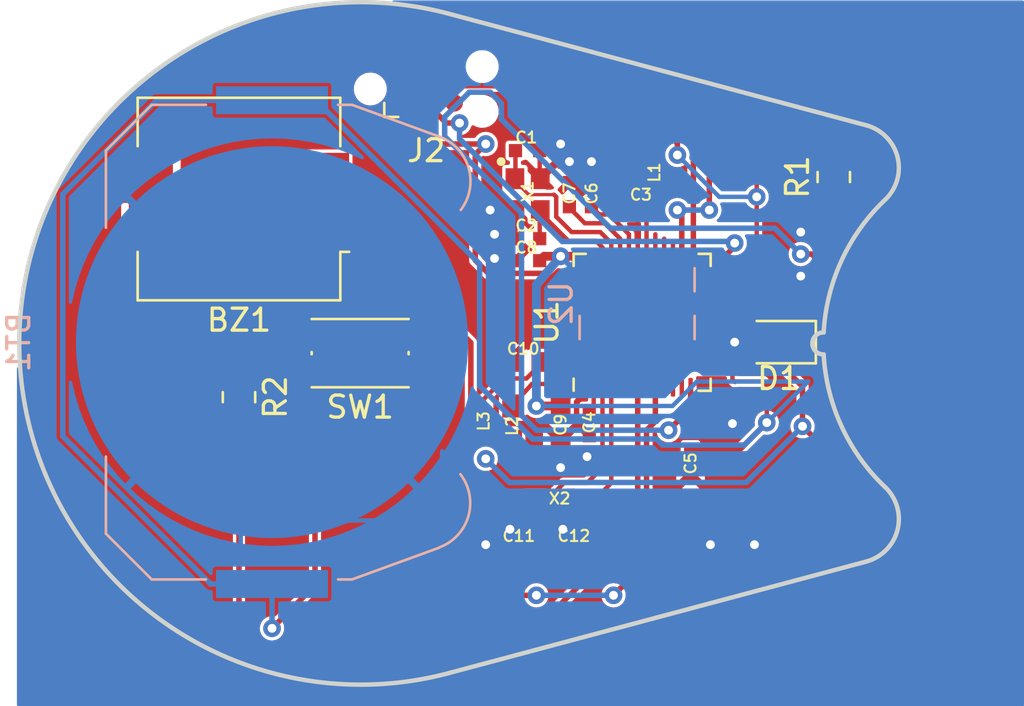
<source format=kicad_pcb>
(kicad_pcb (version 20221018) (generator pcbnew)
  (layers (0 "F.Cu" signal) (31 "B.Cu" signal) (34 "B.Paste" user) (35 "F.Paste" user) (36 "B.SilkS" user "B.Silkscreen") (37 "F.SilkS" user "F.Silkscreen") (38 "B.Mask" user) (39 "F.Mask" user) (44 "Edge.Cuts" user))
  (net 0 "")
  (net 1 "GND")
  (net 2 "DEC1")
  (net 3 "DEC4")
  (net 4 "DEC3")
  (net 5 "DEC2")
  (net 6 "ANT")
  (net 7 "N$3")
  (net 8 "X1")
  (net 9 "P0.00/XL1")
  (net 10 "P0.01/XL2")
  (net 11 "/SDO")
  (net 12 "RF")
  (net 13 "N$2")
  (net 14 "N$4")
  (net 15 "/P0.06")
  (net 16 "Net-(D1-A)")
  (net 17 "/P0.10")
  (net 18 "VCC")
  (net 19 "/P0.04")
  (net 20 "/DEC1")
  (net 21 "/P0.00{slash}XL1")
  (net 22 "/P0.01{slash}XL2")
  (net 23 "/P0.02")
  (net 24 "/P0.03")
  (net 25 "/P0.05")
  (net 26 "/P0.07")
  (net 27 "/P0.08")
  (net 28 "/P0.09")
  (net 29 "/P0.11")
  (net 30 "/P0.12")
  (net 31 "/SDA")
  (net 32 "/SCL")
  (net 33 "/CS")
  (net 35 "/P0.18{slash}SWO")
  (net 36 "/P0.19")
  (net 37 "/P0.20")
  (net 38 "/P0.21{slash}RESET")
  (net 39 "/SWDCLK")
  (net 40 "/SWDIO")
  (net 41 "/P0.22")
  (net 42 "/P0.23")
  (net 43 "/P0.24")
  (net 44 "Net-(U1-ANT@30)")
  (net 45 "/DEC2")
  (net 46 "/DEC3")
  (net 47 "Net-(U1-XC1@34)")
  (net 48 "Net-(U1-XC2@35)")
  (net 49 "/P0.25")
  (net 50 "/P0.26")
  (net 51 "/P0.27")
  (net 52 "/P0.28")
  (net 53 "/P0.29")
  (net 54 "/P0.30")
  (net 55 "/P0.31")
  (net 57 "/DEC4")
  (net 58 "Net-(U1-DCC@47)")
  (net 59 "Net-(R2-Pad1)")
  (net 65 "/P0.15")
  (footprint "BT-XTAL_2016_N" (layer "F.Cu") (at 145.1 102.8 -90)
    (fp_text reference "X1" (at 0.4 -0.3 -270) (layer "F.SilkS") (effects (font (size 0.506528 0.506528) (thickness 0.093472)) (justify left bottom)))
    (fp_text value "32MHz")
    (pad "1" smd rect (at -0.725 0.575 270) (size 0.95 0.85) (layers "F.Cu" "F.Paste" "F.Mask") (net 8 "X1"))
    (pad "2" smd rect (at 0.725 0.575 270) (size 0.95 0.85) (layers "F.Cu" "F.Paste" "F.Mask") (net 1 "GND"))
    (pad "3" smd rect (at 0.725 -0.575 270) (size 0.95 0.85) (layers "F.Cu" "F.Paste" "F.Mask") (net 7 "N$3"))
    (pad "4" smd rect (at -0.725 -0.575 270) (size 0.95 0.85) (layers "F.Cu" "F.Paste" "F.Mask") (net 1 "GND"))
  )
  (footprint "RESC0402_N" (layer "F.Cu") (at 145.1 100.8)
    (fp_text reference "C1" (at 0.5 -0.3) (layer "F.SilkS") (effects (font (size 0.506528 0.506528) (thickness 0.093472)) (justify right bottom)))
    (fp_text value "12pF")
    (pad "1" smd rect (at -0.55 0) (size 0.6 0.6) (layers "F.Cu" "F.Paste" "F.Mask") (net 8 "X1"))
    (pad "2" smd rect (at 0.55 0) (size 0.6 0.6) (layers "F.Cu" "F.Paste" "F.Mask") (net 1 "GND"))
  )
  (footprint "Resistor_SMD:R_0805_2012Metric" (layer "F.Cu") (at 159 102 90)
    (fp_text reference "R1" (at 0 -1.65 90) (layer "F.SilkS"))
    (fp_text value "330")
    (pad "1" smd roundrect (at -0.9125 0 90) (size 1.025 1.4) (layers "F.Cu" "F.Paste" "F.Mask") (roundrect_rratio 0.243902) (net 16 "Net-(D1-A)"))
    (pad "2" smd roundrect (at 0.9125 0 90) (size 1.025 1.4) (layers "F.Cu" "F.Paste" "F.Mask") (roundrect_rratio 0.243902) (net 17 "/P0.10"))
  )
  (footprint "Connector:Tag-Connect_TC2030-IDC-NL_2x03_P1.27mm_Vertical" (layer "F.Cu") (at 140.5 98)
    (fp_text reference "J2" (at 0 2.8) (layer "F.SilkS"))
    (fp_text value "Conn_ARM_SWD_TagConnect_TC2030-NL")
    (pad "" np_thru_hole circle (at -2.54 0) (size 0.9906 0.9906) (drill 0.9906) (layers "*.Cu" "*.Mask"))
    (pad "" np_thru_hole circle (at 2.54 -1.016) (size 0.9906 0.9906) (drill 0.9906) (layers "*.Cu" "*.Mask"))
    (pad "" np_thru_hole circle (at 2.54 1.016) (size 0.9906 0.9906) (drill 0.9906) (layers "*.Cu" "*.Mask"))
    (pad "1" connect circle (at -1.27 0.635) (size 0.7874 0.7874) (layers "F.Cu" "F.Mask") (net 18 "VCC"))
    (pad "2" connect circle (at -1.27 -0.635) (size 0.7874 0.7874) (layers "F.Cu" "F.Mask") (net 40 "/SWDIO"))
    (pad "3" connect circle (at 0 0.635) (size 0.7874 0.7874) (layers "F.Cu" "F.Mask") (net 38 "/P0.21{slash}RESET"))
    (pad "4" connect circle (at 0 -0.635) (size 0.7874 0.7874) (layers "F.Cu" "F.Mask") (net 39 "/SWDCLK"))
    (pad "5" connect circle (at 1.27 0.635) (size 0.7874 0.7874) (layers "F.Cu" "F.Mask") (net 1 "GND"))
    (pad "6" connect circle (at 1.27 -0.635) (size 0.7874 0.7874) (layers "F.Cu" "F.Mask") (net 35 "/P0.18{slash}SWO"))
    (zone (net 0) (net_name "") (layer "F.Cu") (connect_pads (clearance 0)) (min_thickness 0.254)
      (keepout (tracks allowed) (vias not_allowed) (pads allowed) (copperpour not_allowed) (footprints not_allowed))
      (fill (thermal_gap 0.508) (thermal_bridge_width 0.508))
      (polygon (pts (xy 141.77 97.365) (xy 139.23 97.365) (xy 139.23 98.635) (xy 141.77 98.635)))
    )
  )
  (footprint "RESC0402_N" (layer "F.Cu") (at 150.85 101.8 90)
    (fp_text reference "L1" (at -0.5 0.3 90) (layer "F.SilkS") (effects (font (size 0.506528 0.506528) (thickness 0.093472)) (justify left bottom)))
    (fp_text value "3.9nH")
    (pad "1" smd rect (at -0.55 0 90) (size 0.6 0.6) (layers "F.Cu" "F.Paste" "F.Mask") (net 6 "ANT"))
    (pad "2" smd rect (at 0.55 0 90) (size 0.6 0.6) (layers "F.Cu" "F.Paste" "F.Mask") (net 12 "RF"))
  )
  (footprint "RESC0402_N" (layer "F.Cu") (at 147 102.8 90)
    (fp_text reference "C7" (at -0.5 0.3 90) (layer "F.SilkS") (effects (font (size 0.506528 0.506528) (thickness 0.093472)) (justify left bottom)))
    (fp_text value "100pF")
    (pad "1" smd rect (at -0.55 0 90) (size 0.6 0.6) (layers "F.Cu" "F.Paste" "F.Mask") (net 4 "DEC3"))
    (pad "2" smd rect (at 0.55 0 90) (size 0.6 0.6) (layers "F.Cu" "F.Paste" "F.Mask") (net 1 "GND"))
  )
  (footprint "RESC0402_N" (layer "F.Cu") (at 147.9 113.2 -90)
    (fp_text reference "C4" (at 0.5 -0.3 -270) (layer "F.SilkS") (effects (font (size 0.506528 0.506528) (thickness 0.093472)) (justify left bottom)))
    (fp_text value "100nF")
    (pad "1" smd rect (at -0.55 0 270) (size 0.6 0.6) (layers "F.Cu" "F.Paste" "F.Mask") (net 2 "DEC1"))
    (pad "2" smd rect (at 0.55 0 270) (size 0.6 0.6) (layers "F.Cu" "F.Paste" "F.Mask") (net 1 "GND"))
  )
  (footprint "XTAL_3215_N" (layer "F.Cu") (at 146.7 117.2)
    (fp_text reference "X2" (at 0.4 -0.3) (layer "F.SilkS") (effects (font (size 0.506528 0.506528) (thickness 0.093472)) (justify right bottom)))
    (fp_text value "32.768kHz")
    (pad "1" smd rect (at -1.25 0) (size 1 1.8) (layers "F.Cu" "F.Paste" "F.Mask") (net 9 "P0.00/XL1"))
    (pad "2" smd rect (at 1.25 0) (size 1 1.8) (layers "F.Cu" "F.Paste" "F.Mask") (net 10 "P0.01/XL2"))
  )
  (footprint "Resistor_SMD:R_0805_2012Metric" (layer "F.Cu") (at 132 112 -90)
    (fp_text reference "R2" (at 0 -1.65 90) (layer "F.SilkS"))
    (fp_text value "10k")
    (pad "1" smd roundrect (at -0.9125 0 270) (size 1.025 1.4) (layers "F.Cu" "F.Paste" "F.Mask") (roundrect_rratio 0.243902) (net 59 "Net-(R2-Pad1)"))
    (pad "2" smd roundrect (at 0.9125 0 270) (size 1.025 1.4) (layers "F.Cu" "F.Paste" "F.Mask") (roundrect_rratio 0.243902) (net 19 "/P0.04"))
  )
  (footprint "RESC0402_N" (layer "F.Cu") (at 145.1 105.8 180)
    (fp_text reference "C8" (at -0.5 0.3) (layer "F.SilkS") (effects (font (size 0.506528 0.506528) (thickness 0.093472)) (justify right bottom)))
    (fp_text value "100nF")
    (pad "1" smd rect (at -0.55 0 180) (size 0.6 0.6) (layers "F.Cu" "F.Paste" "F.Mask") (net 18 "VCC"))
    (pad "2" smd rect (at 0.55 0 180) (size 0.6 0.6) (layers "F.Cu" "F.Paste" "F.Mask") (net 1 "GND"))
  )
  (footprint "RESC0603_N" (layer "F.Cu") (at 146.6 113.2 -90)
    (fp_text reference "C9" (at -0.5 0.3 -270) (layer "F.SilkS") (effects (font (size 0.506528 0.506528) (thickness 0.093472)) (justify right top)))
    (fp_text value "4.7µF")
    (pad "1" smd rect (at -0.8 0 270) (size 1.05 0.9) (layers "F.Cu" "F.Paste" "F.Mask") (net 18 "VCC"))
    (pad "2" smd rect (at 0.8 0 270) (size 1.05 0.9) (layers "F.Cu" "F.Paste" "F.Mask") (net 1 "GND"))
  )
  (footprint "RESC0402_N" (layer "F.Cu") (at 143.1 113.2 90)
    (fp_text reference "L3" (at -0.4 0.3 90) (layer "F.SilkS") (effects (font (size 0.506528 0.506528) (thickness 0.093472)) (justify left bottom)))
    (fp_text value "15nH")
    (pad "1" smd rect (at -0.55 0 90) (size 0.6 0.6) (layers "F.Cu" "F.Paste" "F.Mask") (net 13 "N$2"))
    (pad "2" smd rect (at 0.55 0 90) (size 0.6 0.6) (layers "F.Cu" "F.Paste" "F.Mask") (net 3 "DEC4"))
  )
  (footprint "RESC0603_N" (layer "F.Cu") (at 144.4 113.2 -90)
    (fp_text reference "L2" (at -0.4 0.3 -270) (layer "F.SilkS") (effects (font (size 0.506528 0.506528) (thickness 0.093472)) (justify right top)))
    (fp_text value "10µH")
    (pad "1" smd rect (at -0.8 0 270) (size 1.05 0.9) (layers "F.Cu" "F.Paste" "F.Mask") (net 14 "N$4"))
    (pad "2" smd rect (at 0.8 0 270) (size 1.05 0.9) (layers "F.Cu" "F.Paste" "F.Mask") (net 13 "N$2"))
  )
  (footprint "RESC0402_N" (layer "F.Cu") (at 144.9 118.9)
    (fp_text reference "C11" (at 0.6 -0.3) (layer "F.SilkS") (effects (font (size 0.506528 0.506528) (thickness 0.093472)) (justify right bottom)))
    (fp_text value "12pF")
    (pad "1" smd rect (at -0.55 0) (size 0.6 0.6) (layers "F.Cu" "F.Paste" "F.Mask") (net 1 "GND"))
    (pad "2" smd rect (at 0.55 0) (size 0.6 0.6) (layers "F.Cu" "F.Paste" "F.Mask") (net 9 "P0.00/XL1"))
  )
  (footprint "RESC0402_N" (layer "F.Cu") (at 150.3 103.4 180)
    (fp_text reference "C3" (at -0.5 0.3) (layer "F.SilkS") (effects (font (size 0.506528 0.506528) (thickness 0.093472)) (justify right bottom)))
    (fp_text value "0.8pF")
    (pad "1" smd rect (at -0.55 0 180) (size 0.6 0.6) (layers "F.Cu" "F.Paste" "F.Mask") (net 6 "ANT"))
    (pad "2" smd rect (at 0.55 0 180) (size 0.6 0.6) (layers "F.Cu" "F.Paste" "F.Mask") (net 1 "GND"))
  )
  (footprint "Button_Switch_SMD:SW_Push_1P1T_NO_CK_KMR2" (layer "F.Cu") (at 137.5 110 180)
    (fp_text reference "SW1" (at 0 -2.45 180) (layer "F.SilkS"))
    (fp_text value "SW_Push")
    (pad "1" smd rect (at -2.05 -0.8 180) (size 0.9 1) (layers "F.Cu" "F.Paste" "F.Mask") (net 18 "VCC"))
    (pad "1" smd rect (at 2.05 -0.8 180) (size 0.9 1) (layers "F.Cu" "F.Paste" "F.Mask") (net 18 "VCC"))
    (pad "2" smd rect (at -2.05 0.8 180) (size 0.9 1) (layers "F.Cu" "F.Paste" "F.Mask") (net 59 "Net-(R2-Pad1)"))
    (pad "2" smd rect (at 2.05 0.8 180) (size 0.9 1) (layers "F.Cu" "F.Paste" "F.Mask") (net 59 "Net-(R2-Pad1)"))
  )
  (footprint "RESC0402_N" (layer "F.Cu") (at 148 102.8 90)
    (fp_text reference "C6" (at -0.5 0.3 90) (layer "F.SilkS") (effects (font (size 0.506528 0.506528) (thickness 0.093472)) (justify left bottom)))
    (fp_text value "N.M.")
    (pad "1" smd rect (at -0.55 0 90) (size 0.6 0.6) (layers "F.Cu" "F.Paste" "F.Mask") (net 5 "DEC2"))
    (pad "2" smd rect (at 0.55 0 90) (size 0.6 0.6) (layers "F.Cu" "F.Paste" "F.Mask") (net 1 "GND"))
  )
  (footprint "RESC0603_N" (layer "F.Cu") (at 145 110.4 180)
    (fp_text reference "C10" (at -0.7 0.3) (layer "F.SilkS") (effects (font (size 0.506528 0.506528) (thickness 0.093472)) (justify right bottom)))
    (fp_text value "1.0µF")
    (pad "1" smd rect (at -0.8 0 180) (size 1.05 0.9) (layers "F.Cu" "F.Paste" "F.Mask") (net 3 "DEC4"))
    (pad "2" smd rect (at 0.8 0 180) (size 1.05 0.9) (layers "F.Cu" "F.Paste" "F.Mask") (net 1 "GND"))
  )
  (footprint "Package_DFN_QFN:QFN-48-1EP_6x6mm_P0.4mm_EP4.2x4.2mm" (layer "F.Cu") (at 150.3 108.6 90)
    (fp_text reference "U1" (at 0 -4.32 90) (layer "F.SilkS"))
    (fp_text value "NRF52832")
    (pad "1" smd roundrect (at -2.95 -2.2 90) (size 0.85 0.2) (layers "F.Cu" "F.Paste" "F.Mask") (net 20 "/DEC1"))
    (pad "2" smd roundrect (at -2.95 -1.8 90) (size 0.85 0.2) (layers "F.Cu" "F.Paste" "F.Mask") (net 21 "/P0.00{slash}XL1"))
    (pad "3" smd roundrect (at -2.95 -1.4 90) (size 0.85 0.2) (layers "F.Cu" "F.Paste" "F.Mask") (net 22 "/P0.01{slash}XL2"))
    (pad "4" smd roundrect (at -2.95 -1 90) (size 0.85 0.2) (layers "F.Cu" "F.Paste" "F.Mask") (net 23 "/P0.02"))
    (pad "5" smd roundrect (at -2.95 -0.6 90) (size 0.85 0.2) (layers "F.Cu" "F.Paste" "F.Mask") (net 24 "/P0.03"))
    (pad "6" smd roundrect (at -2.95 -0.2 90) (size 0.85 0.2) (layers "F.Cu" "F.Paste" "F.Mask") (net 19 "/P0.04"))
    (pad "7" smd roundrect (at -2.95 0.2 90) (size 0.85 0.2) (layers "F.Cu" "F.Paste" "F.Mask") (net 25 "/P0.05"))
    (pad "8" smd roundrect (at -2.95 0.6 90) (size 0.85 0.2) (layers "F.Cu" "F.Paste" "F.Mask") (net 15 "/P0.06"))
    (pad "9" smd roundrect (at -2.95 1 90) (size 0.85 0.2) (layers "F.Cu" "F.Paste" "F.Mask") (net 26 "/P0.07"))
    (pad "10" smd roundrect (at -2.95 1.4 90) (size 0.85 0.2) (layers "F.Cu" "F.Paste" "F.Mask") (net 27 "/P0.08"))
    (pad "11" smd roundrect (at -2.95 1.8 90) (size 0.85 0.2) (layers "F.Cu" "F.Paste" "F.Mask") (net 28 "/P0.09"))
    (pad "12" smd roundrect (at -2.95 2.2 90) (size 0.85 0.2) (layers "F.Cu" "F.Paste" "F.Mask") (net 17 "/P0.10"))
    (pad "13" smd roundrect (at -2.2 2.95 90) (size 0.2 0.85) (layers "F.Cu" "F.Paste" "F.Mask") (net 18 "VCC"))
    (pad "14" smd roundrect (at -1.8 2.95 90) (size 0.2 0.85) (layers "F.Cu" "F.Paste" "F.Mask") (net 29 "/P0.11"))
    (pad "15" smd roundrect (at -1.4 2.95 90) (size 0.2 0.85) (layers "F.Cu" "F.Paste" "F.Mask") (net 30 "/P0.12"))
    (pad "16" smd roundrect (at -1 2.95 90) (size 0.2 0.85) (layers "F.Cu" "F.Paste" "F.Mask") (net 33 "/CS"))
    (pad "17" smd roundrect (at -0.6 2.95 90) (size 0.2 0.85) (layers "F.Cu" "F.Paste" "F.Mask") (net 32 "/SCL"))
    (pad "18" smd roundrect (at -0.2 2.95 90) (size 0.2 0.85) (layers "F.Cu" "F.Paste" "F.Mask") (net 65 "/P0.15"))
    (pad "19" smd roundrect (at 0.2 2.95 90) (size 0.2 0.85) (layers "F.Cu" "F.Paste" "F.Mask") (net 11 "/SDO"))
    (pad "20" smd roundrect (at 0.6 2.95 90) (size 0.2 0.85) (layers "F.Cu" "F.Paste" "F.Mask") (net 31 "/SDA"))
    (pad "21" smd roundrect (at 1 2.95 90) (size 0.2 0.85) (layers "F.Cu" "F.Paste" "F.Mask") (net 35 "/P0.18{slash}SWO"))
    (pad "22" smd roundrect (at 1.4 2.95 90) (size 0.2 0.85) (layers "F.Cu" "F.Paste" "F.Mask") (net 36 "/P0.19"))
    (pad "23" smd roundrect (at 1.8 2.95 90) (size 0.2 0.85) (layers "F.Cu" "F.Paste" "F.Mask") (net 37 "/P0.20"))
    (pad "24" smd roundrect (at 2.2 2.95 90) (size 0.2 0.85) (layers "F.Cu" "F.Paste" "F.Mask") (net 38 "/P0.21{slash}RESET"))
    (pad "25" smd roundrect (at 2.95 2.2 90) (size 0.85 0.2) (layers "F.Cu" "F.Paste" "F.Mask") (net 39 "/SWDCLK"))
    (pad "26" smd roundrect (at 2.95 1.8 90) (size 0.85 0.2) (layers "F.Cu" "F.Paste" "F.Mask") (net 40 "/SWDIO"))
    (pad "27" smd roundrect (at 2.95 1.4 90) (size 0.85 0.2) (layers "F.Cu" "F.Paste" "F.Mask") (net 41 "/P0.22"))
    (pad "28" smd roundrect (at 2.95 1 90) (size 0.85 0.2) (layers "F.Cu" "F.Paste" "F.Mask") (net 42 "/P0.23"))
    (pad "29" smd roundrect (at 2.95 0.6 90) (size 0.85 0.2) (layers "F.Cu" "F.Paste" "F.Mask") (net 43 "/P0.24"))
    (pad "30" smd roundrect (at 2.95 0.2 90) (size 0.85 0.2) (layers "F.Cu" "F.Paste" "F.Mask") (net 44 "Net-(U1-ANT@30)"))
    (pad "31" smd roundrect (at 2.95 -0.2 90) (size 0.85 0.2) (layers "F.Cu" "F.Paste" "F.Mask") (net 1 "GND"))
    (pad "32" smd roundrect (at 2.95 -0.6 90) (size 0.85 0.2) (layers "F.Cu" "F.Paste" "F.Mask") (net 45 "/DEC2"))
    (pad "33" smd roundrect (at 2.95 -1 90) (size 0.85 0.2) (layers "F.Cu" "F.Paste" "F.Mask") (net 46 "/DEC3"))
    (pad "34" smd roundrect (at 2.95 -1.4 90) (size 0.85 0.2) (layers "F.Cu" "F.Paste" "F.Mask") (net 47 "Net-(U1-XC1@34)"))
    (pad "35" smd roundrect (at 2.95 -1.8 90) (size 0.85 0.2) (layers "F.Cu" "F.Paste" "F.Mask") (net 48 "Net-(U1-XC2@35)"))
    (pad "36" smd roundrect (at 2.95 -2.2 90) (size 0.85 0.2) (layers "F.Cu" "F.Paste" "F.Mask") (net 18 "VCC"))
    (pad "37" smd roundrect (at 2.2 -2.95 90) (size 0.2 0.85) (layers "F.Cu" "F.Paste" "F.Mask") (net 49 "/P0.25"))
    (pad "38" smd roundrect (at 1.8 -2.95 90) (size 0.2 0.85) (layers "F.Cu" "F.Paste" "F.Mask") (net 50 "/P0.26"))
    (pad "39" smd roundrect (at 1.4 -2.95 90) (size 0.2 0.85) (layers "F.Cu" "F.Paste" "F.Mask") (net 51 "/P0.27"))
    (pad "40" smd roundrect (at 1 -2.95 90) (size 0.2 0.85) (layers "F.Cu" "F.Paste" "F.Mask") (net 52 "/P0.28"))
    (pad "41" smd roundrect (at 0.6 -2.95 90) (size 0.2 0.85) (layers "F.Cu" "F.Paste" "F.Mask") (net 53 "/P0.29"))
    (pad "42" smd roundrect (at 0.2 -2.95 90) (size 0.2 0.85) (layers "F.Cu" "F.Paste" "F.Mask") (net 54 "/P0.30"))
    (pad "43" smd roundrect (at -0.2 -2.95 90) (size 0.2 0.85) (layers "F.Cu" "F.Paste" "F.Mask") (net 55 "/P0.31"))
    (pad "44" smd roundrect (at -0.6 -2.95 90) (size 0.2 0.85) (layers "F.Cu" "F.Paste" "F.Mask"))
    (pad "45" smd roundrect (at -1 -2.95 90) (size 0.2 0.85) (layers "F.Cu" "F.Paste" "F.Mask") (net 1 "GND"))
    (pad "46" smd roundrect (at -1.4 -2.95 90) (size 0.2 0.85) (layers "F.Cu" "F.Paste" "F.Mask") (net 57 "/DEC4"))
    (pad "47" smd roundrect (at -1.8 -2.95 90) (size 0.2 0.85) (layers "F.Cu" "F.Paste" "F.Mask") (net 58 "Net-(U1-DCC@47)"))
    (pad "48" smd roundrect (at -2.2 -2.95 90) (size 0.2 0.85) (layers "F.Cu" "F.Paste" "F.Mask") (net 18 "VCC"))
    (pad "49" smd rect (at 0 0 90) (size 4.2 4.2) (layers "F.Cu" "F.Mask"))
  )
  (footprint "RESC0402_N" (layer "F.Cu") (at 152.5 114.95 -90)
    (fp_text reference "C5" (at -0.500003 0.300003 -270) (layer "F.SilkS") (effects (font (size 0.506528 0.506528) (thickness 0.093472)) (justify right top)))
    (fp_text value "100nF")
    (pad "1" smd rect (at -0.55 0 270) (size 0.6 0.6) (layers "F.Cu" "F.Paste" "F.Mask") (net 18 "VCC"))
    (pad "2" smd rect (at 0.55 0 270) (size 0.6 0.6) (layers "F.Cu" "F.Paste" "F.Mask") (net 1 "GND"))
  )
  (footprint "RESC0402_N" (layer "F.Cu") (at 145.1 104.8 180)
    (fp_text reference "C2" (at -0.5 0.3) (layer "F.SilkS") (effects (font (size 0.506528 0.506528) (thickness 0.093472)) (justify right bottom)))
    (fp_text value "12pF")
    (pad "1" smd rect (at -0.55 0 180) (size 0.6 0.6) (layers "F.Cu" "F.Paste" "F.Mask") (net 7 "N$3"))
    (pad "2" smd rect (at 0.55 0 180) (size 0.6 0.6) (layers "F.Cu" "F.Paste" "F.Mask") (net 1 "GND"))
  )
  (footprint "LED_SMD:LED_0805_2012Metric" (layer "F.Cu") (at 156.5 109.5 180)
    (fp_text reference "D1" (at 0 -1.65) (layer "F.SilkS"))
    (fp_text value "LED")
    (pad "1" smd roundrect (at -0.9375 0 180) (size 0.975 1.4) (layers "F.Cu" "F.Paste" "F.Mask") (net 1 "GND"))
    (pad "2" smd roundrect (at 0.9375 0 180) (size 0.975 1.4) (layers "F.Cu" "F.Paste" "F.Mask") (net 16 "Net-(D1-A)"))
  )
  (footprint "RESC0402_N" (layer "F.Cu") (at 147.4 118.9)
    (fp_text reference "C12" (at 0.6 -0.3) (layer "F.SilkS") (effects (font (size 0.506528 0.506528) (thickness 0.093472)) (justify right bottom)))
    (fp_text value "12pF")
    (pad "1" smd rect (at -0.55 0) (size 0.6 0.6) (layers "F.Cu" "F.Paste" "F.Mask") (net 1 "GND"))
    (pad "2" smd rect (at 0.55 0) (size 0.6 0.6) (layers "F.Cu" "F.Paste" "F.Mask") (net 10 "P0.01/XL2"))
  )
  (footprint "Buzzer_Beeper:Buzzer_CUI_CPT-9019S-SMT" (layer "F.Cu") (at 132 103 180)
    (fp_text reference "BZ1" (at 0 -5.5) (layer "F.SilkS"))
    (fp_text value "Buzzer")
    (pad "1" smd rect (at -4 0 180) (size 2 4.2) (layers "F.Cu" "F.Paste" "F.Mask") (net 15 "/P0.06"))
    (pad "2" smd rect (at 4 0 180) (size 2 4.2) (layers "F.Cu" "F.Paste" "F.Mask") (net 1 "GND"))
  )
  (footprint "Package_LGA:LGA-14_3x5mm_P0.8mm_LayoutBorder1x6y" (layer "B.Cu") (at 150.072354 107.749585 -90)
    (fp_text reference "U2" (at 0 3.45 90) (layer "B.SilkS") (effects (justify mirror)))
    (fp_text value "ADXL343")
    (pad "1" smd roundrect (at -1 2 270) (size 0.95 0.6) (layers "B.Cu" "B.Paste" "B.Mask") (net 18 "VCC"))
    (pad "2" smd roundrect (at -1 1.2 270) (size 0.95 0.6) (layers "B.Cu" "B.Paste" "B.Mask") (net 1 "GND"))
    (pad "3" smd roundrect (at -1 0.4 270) (size 0.95 0.6) (layers "B.Cu" "B.Paste" "B.Mask"))
    (pad "4" smd roundrect (at -1 -0.4 270) (size 0.95 0.6) (layers "B.Cu" "B.Paste" "B.Mask") (net 1 "GND"))
    (pad "5" smd roundrect (at -1 -1.2 270) (size 0.95 0.6) (layers "B.Cu" "B.Paste" "B.Mask") (net 1 "GND"))
    (pad "6" smd roundrect (at -1 -2 270) (size 0.95 0.6) (layers "B.Cu" "B.Paste" "B.Mask"))
    (pad "7" smd roundrect (at 0 -2 270) (size 0.6 0.95) (layers "B.Cu" "B.Paste" "B.Mask") (net 33 "/CS"))
    (pad "8" smd roundrect (at 1 -2 270) (size 0.95 0.6) (layers "B.Cu" "B.Paste" "B.Mask"))
    (pad "9" smd roundrect (at 1 -1.2 270) (size 0.95 0.6) (layers "B.Cu" "B.Paste" "B.Mask"))
    (pad "10" smd roundrect (at 1 -0.4 270) (size 0.95 0.6) (layers "B.Cu" "B.Paste" "B.Mask"))
    (pad "11" smd roundrect (at 1 0.4 270) (size 0.95 0.6) (layers "B.Cu" "B.Paste" "B.Mask"))
    (pad "12" smd roundrect (at 1 1.2 270) (size 0.95 0.6) (layers "B.Cu" "B.Paste" "B.Mask") (net 11 "/SDO"))
    (pad "13" smd roundrect (at 1 2 270) (size 0.95 0.6) (layers "B.Cu" "B.Paste" "B.Mask") (net 31 "/SDA"))
    (pad "14" smd roundrect (at 0 2 270) (size 0.6 0.95) (layers "B.Cu" "B.Paste" "B.Mask") (net 32 "/SCL"))
  )
  (footprint "Battery:BatteryHolder_Keystone_3034_1x20mm" (layer "B.Cu") (at 133.5 109.5 -90)
    (fp_text reference "BT1" (at 0 11.5 90) (layer "B.SilkS") (effects (justify mirror)))
    (fp_text value "Battery")
    (pad "1" smd rect (at -10.985 0 270) (size 1.27 5.08) (layers "B.Cu" "B.Paste" "B.Mask") (net 18 "VCC"))
    (pad "1" smd rect (at 10.985 0 270) (size 1.27 5.08) (layers "B.Cu" "B.Paste" "B.Mask") (net 18 "VCC"))
    (pad "2" smd circle (at 0 0 270) (size 17.8 17.8) (layers "B.Cu" "B.Mask") (net 1 "GND"))
  )
  (gr_line (start 160.469364 119.467794) (end 141.530635 124.532206) (stroke (width 0.2)) (layer "Edge.Cuts"))
  (gr_arc (start 161.329746 116.085257) (mid 159.358782 113.338404) (end 158.540357 110.058148) (stroke (width 0.2)) (layer "Edge.Cuts"))
  (gr_arc (start 158.540357 110.058148) (mid 158.026444 109.558324) (end 158.540357 109.058534) (stroke (width 0.2)) (layer "Edge.Cuts"))
  (gr_arc (start 141.530635 124.532206) (mid 122.026469 109.55834) (end 141.530635 94.584475) (stroke (width 0.2)) (layer "Edge.Cuts"))
  (gr_line (start 141.530635 94.584475) (end 160.469364 99.648887) (stroke (width 0.2)) (layer "Edge.Cuts"))
  (gr_arc (start 161.329746 116.085257) (mid 161.890979 118.028704) (end 160.469364 119.467794) (stroke (width 0.2)) (layer "Edge.Cuts"))
  (gr_arc (start 158.540357 109.058534) (mid 159.358776 105.778274) (end 161.329746 103.031425) (stroke (width 0.2)) (layer "Edge.Cuts"))
  (gr_arc (start 160.469364 99.648887) (mid 161.890976 101.087976) (end 161.329746 103.031425) (stroke (width 0.2)) (layer "Edge.Cuts"))
  (segment (start 148.422354 108.139585) (end 148.422354 107.739585) (width 0.2) (layer "F.Cu") (net 1))
  (segment (start 148.472354 106.149585) (end 149.672354 106.149585) (width 0.2) (layer "F.Cu") (net 1))
  (segment (start 150.1 105.6) (end 150.1 103.75) (width 0.2) (layer "F.Cu") (net 1))
  (segment (start 149.672354 107.349585) (end 148.472354 107.349585) (width 0.2) (layer "F.Cu") (net 1))
  (segment (start 152.072354 106.149585) (end 150.872354 106.149585) (width 0.2) (layer "F.Cu") (net 1))
  (segment (start 149.672354 108.549585) (end 148.472354 108.549585) (width 0.2) (layer "F.Cu") (net 1))
  (segment (start 148.422354 107.739585) (end 148.422354 107.739585) (width 0.2) (layer "F.Cu") (net 1))
  (segment (start 148.422354 107.739585) (end 148.374044 107.642454) (width 0.2) (layer "F.Cu") (net 1))
  (segment (start 150.872354 108.549585) (end 149.672354 108.549585) (width 0.2) (layer "F.Cu") (net 1))
  (segment (start 152.072354 109.749585) (end 151.272354 109.749585) (width 0.2) (layer "F.Cu") (net 1))
  (segment (start 150.696618 108.125321) (end 150.572354 108.02997) (width 0.2) (layer "F.Cu") (net 1))
  (segment (start 150.427645 107.97003) (end 150.272354 107.949585) (width 0.2) (layer "F.Cu") (net 1))
  (segment (start 148.374044 107.642454) (end 148.366582 107.53423) (width 0.2) (layer "F.Cu") (net 1))
  (segment (start 150.872354 109.749585) (end 149.672354 109.749585) (width 0.2) (layer "F.Cu") (net 1))
  (segment (start 150.1 103.75) (end 149.75 103.4) (width 0.2) (layer "F.Cu") (net 1))
  (segment (start 147.3 109.6) (end 148.5 109.6) (width 0.2) (layer "F.Cu") (net 1))
  (segment (start 152.072354 107.349585) (end 150.872354 107.349585) (width 0.2) (layer "F.Cu") (net 1))
  (segment (start 152.072354 106.149585) (end 152.072354 107.349585) (width 0.2) (layer "F.Cu") (net 1))
  (segment (start 144.55 104.8) (end 144.55 103.55) (width 0.2) (layer "F.Cu") (net 1))
  (segment (start 149.672354 109.749585) (end 148.472354 109.749585) (width 0.2) (layer "F.Cu") (net 1))
  (segment (start 150.571187 108.84235) (end 150.486704 108.772098) (width 0.2) (layer "F.Cu") (net 1))
  (segment (start 150.872354 108.549585) (end 150.851909 108.394294) (width 0.2) (layer "F.Cu") (net 1))
  (segment (start 148.49667 108.225976) (end 148.532268 108.33423) (width 0.2) (layer "F.Cu") (net 1))
  (segment (start 145.65 102.05) (end 145.675 102.075) (width 0.2) (layer "F.Cu") (net 1))
  (segment (start 151.086704 109.772098) (end 150.872354 109.749585) (width 0.2) (layer "F.Cu") (net 1))
  (segment (start 148.472354 109.749585) (end 148.472354 108.549585) (width 0.2) (layer "F.Cu") (net 1))
  (segment (start 150.622354 108.939585) (end 150.571187 108.84235) (width 0.2) (layer "F.Cu") (net 1))
  (segment (start 146.85 113.75) (end 146.6 114) (width 0.2) (layer "F.Cu") (net 1))
  (segment (start 148.472354 107.349585) (end 148.472354 106.149585) (width 0.2) (layer "F.Cu") (net 1))
  (segment (start 151.272354 109.749585) (end 150.872354 109.749585) (width 0.2) (layer "F.Cu") (net 1))
  (segment (start 150.851909 108.394294) (end 150.791969 108.249585) (width 0.2) (layer "F.Cu") (net 1))
  (segment (start 145.65 100.8) (end 145.65 102.05) (width 0.2) (layer "F.Cu") (net 1))
  (segment (start 148.422354 108.139585) (end 148.422354 108.139585) (width 0.2) (layer "F.Cu") (net 1))
  (segment (start 150.791969 108.249585) (end 150.696618 108.125321) (width 0.2) (layer "F.Cu") (net 1))
  (segment (start 152.072354 108.549585) (end 150.872354 108.549585) (width 0.2) (layer "F.Cu") (net 1))
  (segment (start 150.872354 108.549585) (end 150.872354 108.549585) (width 0.2) (layer "F.Cu") (net 1))
  (segment (start 148.366582 107.53423) (end 148.472354 107.349585) (width 0.2) (layer "F.Cu") (net 1))
  (segment (start 150.572354 108.02997) (end 150.427645 107.97003) (width 0.2) (layer "F.Cu") (net 1))
  (segment (start 150.622354 108.939585) (end 150.622354 108.939585) (width 0.2) (layer "F.Cu") (net 1))
  (segment (start 148.532268 108.33423) (end 148.472354 108.549585) (width 0.2) (layer "F.Cu") (net 1))
  (segment (start 144.55 103.55) (end 144.525 103.525) (width 0.2) (layer "F.Cu") (net 1))
  (segment (start 147.272354 108.149585) (end 148.422354 108.139585) (width 0.2) (layer "F.Cu") (net 1))
  (segment (start 148.422354 108.139585) (end 148.49667 108.225976) (width 0.2) (layer "F.Cu") (net 1))
  (segment (start 150.872354 107.349585) (end 149.672354 107.349585) (width 0.2) (layer "F.Cu") (net 1))
  (via (at 147 101.3) (size 0.8) (drill 0.4) (layers "F.Cu" "B.Cu") (net 1))
  (via (at 154.4 113.2) (size 0.8) (drill 0.4) (layers "F.Cu" "B.Cu") (net 1))
  (via (at 143.6 105.7) (size 0.8) (drill 0.4) (layers "F.Cu" "B.Cu") (net 1))
  (via (at 146.7 118) (size 0.8) (drill 0.4) (layers "F.Cu" "B.Cu") (net 1))
  (via (at 155.4 118.7) (size 0.8) (drill 0.4) (layers "F.Cu" "B.Cu") (net 1))
  (via (at 146.6 100.5) (size 0.8) (drill 0.4) (layers "F.Cu" "B.Cu") (net 1))
  (via (at 143.4 103.5) (size 0.8) (drill 0.4) (layers "F.Cu" "B.Cu") (net 1))
  (via (at 143.2 118.7) (size 0.8) (drill 0.4) (layers "F.Cu" "B.Cu") (net 1))
  (via (at 153.4 118.7) (size 0.8) (drill 0.4) (layers "F.Cu" "B.Cu") (net 1))
  (via (at 147.8 114.7) (size 0.8) (drill 0.4) (layers "F.Cu" "B.Cu") (net 1))
  (via (at 144.3 118) (size 0.8) (drill 0.4) (layers "F.Cu" "B.Cu") (net 1))
  (via (at 148 101.3) (size 0.8) (drill 0.4) (layers "F.Cu" "B.Cu") (net 1))
  (via (at 143.6 104.6) (size 0.8) (drill 0.4) (layers "F.Cu" "B.Cu") (net 1))
  (via (at 146.6 115.2) (size 0.8) (drill 0.4) (layers "F.Cu" "B.Cu") (net 1))
  (segment (start 141.224 117.502) (end 141.224 114.454) (width 0.2) (layer "B.Cu") (net 1))
  (segment (start 158.5504 116.2771) (end 158.5504 113.4831) (width 0.2) (layer "B.Cu") (net 1))
  (segment (start 158.5504 113.4831) (end 158.5504 102.0531) (width 0.2) (layer "B.Cu") (net 1))
  (segment (start 132.08 117.602) (end 141.224 117.602) (width 0.2) (layer "B.Cu") (net 1))
  (segment (start 132.08 119.562) (end 132.08 117.602) (width 0.2) (layer "B.Cu") (net 1))
  (segment (start 148.1 111.6) (end 148.1 112.45) (width 0.2) (layer "F.Cu") (net 2))
  (segment (start 148.1 112.45) (end 147.9 112.65) (width 0.2) (layer "F.Cu") (net 2))
  (segment (start 143.1 112.1) (end 144.05 111.15) (width 0.2) (layer "F.Cu") (net 3))
  (segment (start 147.3 110) (end 146.3 110) (width 0.2) (layer "F.Cu") (net 3))
  (segment (start 146.3 110) (end 145.8 110.4) (width 0.2) (layer "F.Cu") (net 3))
  (segment (start 143.1 112.65) (end 143.1 112.1) (width 0.2) (layer "F.Cu") (net 3))
  (segment (start 144.05 111.15) (end 144.85 111.15) (width 0.2) (layer "F.Cu") (net 3))
  (segment (start 144.85 111.15) (end 145.05 111.15) (width 0.2) (layer "F.Cu") (net 3))
  (segment (start 145.05 111.15) (end 145.8 110.4) (width 0.2) (layer "F.Cu") (net 3))
  (segment (start 147.05 103.45) (end 147 103.35) (width 0.2) (layer "F.Cu") (net 4))
  (segment (start 148.9 104.4) (end 148.6 104.1) (width 0.2) (layer "F.Cu") (net 4))
  (segment (start 147.7 104.1) (end 147.05 103.45) (width 0.2) (layer "F.Cu") (net 4))
  (segment (start 149.3 105.6) (end 149.3 104.8) (width 0.2) (layer "F.Cu") (net 4))
  (segment (start 148.6 104.1) (end 147.7 104.1) (width 0.2) (layer "F.Cu") (net 4))
  (segment (start 149.3 104.8) (end 148.9 104.4) (width 0.2) (layer "F.Cu") (net 4))
  (segment (start 148.35 103.7) (end 148 103.35) (width 0.2) (layer "F.Cu") (net 5))
  (segment (start 148.8 103.7) (end 148.6 103.7) (width 0.2) (layer "F.Cu") (net 5))
  (segment (start 149.1 104) (end 148.8 103.7) (width 0.2) (layer "F.Cu") (net 5))
  (segment (start 148.6 103.7) (end 148.35 103.7) (width 0.2) (layer "F.Cu") (net 5))
  (segment (start 149.7 105.6) (end 149.7 104.6) (width 0.2) (layer "F.Cu") (net 5))
  (segment (start 149.7 104.6) (end 149.1 104) (width 0.2) (layer "F.Cu") (net 5))
  (segment (start 150.5 105.6) (end 150.5 103.75) (width 0.2) (layer "F.Cu") (net 6))
  (segment (start 150.5 103.75) (end 150.85 103.4) (width 0.2) (layer "F.Cu") (net 6))
  (segment (start 150.85 103.35) (end 150.85 103.4) (width 0.2) (layer "F.Cu") (net 6))
  (segment (start 150.85 102.35) (end 150.85 103.35) (width 0.6) (layer "F.Cu") (net 6))
  (segment (start 148.5 105.6) (end 148.5 105.2) (width 0.2) (layer "F.Cu") (net 7))
  (segment (start 147.4 104.9) (end 146.95 104.9) (width 0.2) (layer "F.Cu") (net 7))
  (segment (start 148.2 104.9) (end 147.4 104.9) (width 0.2) (layer "F.Cu") (net 7))
  (segment (start 145.65 103.55) (end 145.675 103.525) (width 0.2) (layer "F.Cu") (net 7))
  (segment (start 145.65 103.6) (end 145.65 103.55) (width 0.2) (layer "F.Cu") (net 7))
  (segment (start 148.5 105.2) (end 148.2 104.9) (width 0.2) (layer "F.Cu") (net 7))
  (segment (start 145.65 104.8) (end 145.65 103.6) (width 0.2) (layer "F.Cu") (net 7))
  (segment (start 146.95 104.9) (end 145.65 103.6) (width 0.2) (layer "F.Cu") (net 7))
  (segment (start 147.1 104.5) (end 146.4 103.8) (width 0.2) (layer "F.Cu") (net 8))
  (segment (start 144.55 102.05) (end 144.525 102.075) (width 0.2) (layer "F.Cu") (net 8))
  (segment (start 148.9 105.6) (end 148.9 105) (width 0.2) (layer "F.Cu") (net 8))
  (segment (start 145.15 102.8) (end 144.525 102.175) (width 0.15) (layer "F.Cu") (net 8))
  (segment (start 146.3 102.8) (end 145.15 102.8) (width 0.15) (layer "F.Cu") (net 8))
  (segment (start 144.55 100.8) (end 144.55 102.05) (width 0.2) (layer "F.Cu") (net 8))
  (segment (start 148.5 104.6) (end 148.4 104.5) (width 0.2) (layer "F.Cu") (net 8))
  (segment (start 148.4 104.5) (end 147.6 104.5) (width 0.2) (layer "F.Cu") (net 8))
  (segment (start 146.4 103.8) (end 146.4 102.9) (width 0.2) (layer "F.Cu") (net 8))
  (segment (start 147.6 104.5) (end 147.1 104.5) (width 0.2) (layer "F.Cu") (net 8))
  (segment (start 146.4 102.9) (end 146.3 102.8) (width 0.2) (layer "F.Cu") (net 8))
  (segment (start 148.9 105) (end 148.5 104.6) (width 0.2) (layer "F.Cu") (net 8))
  (segment (start 144.525 102.175) (end 144.525 102.075) (width 0.15) (layer "F.Cu") (net 8))
  (segment (start 146.75 115.9) (end 145.45 117.2) (width 0.2) (layer "F.Cu") (net 9))
  (segment (start 147.8 115.9) (end 146.75 115.9) (width 0.2) (layer "F.Cu") (net 9))
  (segment (start 145.45 117.2) (end 145.45 118.9) (width 0.2) (layer "F.Cu") (net 9))
  (segment (start 148.5 111.6) (end 148.5 115.2) (width 0.2) (layer "F.Cu") (net 9))
  (segment (start 148.5 115.2) (end 147.8 115.9) (width 0.2) (layer "F.Cu") (net 9))
  (segment (start 147.95 117.2) (end 148.2 116.95) (width 0.2) (layer "F.Cu") (net 10))
  (segment (start 147.95 117.2) (end 147.95 118.9) (width 0.2) (layer "F.Cu") (net 10))
  (segment (start 148.2 116.95) (end 148.2 116.6) (width 0.2) (layer "F.Cu") (net 10))
  (segment (start 148.9 115.9) (end 148.9 111.6) (width 0.2) (layer "F.Cu") (net 10))
  (segment (start 148.2 116.6) (end 148.9 115.9) (width 0.2) (layer "F.Cu") (net 10))
  (segment (start 155.6 108.4) (end 153.25 108.4) (width 0.25) (layer "F.Cu") (net 11))
  (segment (start 157.5 106.5) (end 155.6 108.4) (width 0.25) (layer "F.Cu") (net 11))
  (via (at 157.5 106.5) (size 0.8) (drill 0.4) (layers "F.Cu" "B.Cu") (net 11))
  (segment (start 157.5 107.454595) (end 157.5 106.5) (width 0.25) (layer "B.Cu") (net 11))
  (segment (start 150.021728 110.175) (end 154.779595 110.175) (width 0.25) (layer "B.Cu") (net 11))
  (segment (start 154.779595 110.175) (end 157.5 107.454595) (width 0.25) (layer "B.Cu") (net 11))
  (segment (start 148.872354 109.025626) (end 150.021728 110.175) (width 0.25) (layer "B.Cu") (net 11))
  (segment (start 148.872354 108.749585) (end 148.872354 109.025626) (width 0.25) (layer "B.Cu") (net 11))
  (segment (start 150.85 101.25) (end 150.85 100.3) (width 0.6) (layer "F.Cu") (net 12))
  (segment (start 143.1 113.75) (end 144.4 113.75) (width 0.2) (layer "F.Cu") (net 13))
  (segment (start 144.4 113.75) (end 144.4 114) (width 0.2) (layer "F.Cu") (net 13))
  (segment (start 147.3 110.4) (end 146.9 110.4) (width 0.2) (layer "F.Cu") (net 14))
  (segment (start 146.9 110.4) (end 146.65 110.7) (width 0.2) (layer "F.Cu") (net 14))
  (segment (start 146.4 111.4) (end 145.3 111.4) (width 0.2) (layer "F.Cu") (net 14))
  (segment (start 145.3 111.4) (end 144.4 112.4) (width 0.2) (layer "F.Cu") (net 14))
  (segment (start 146.65 110.7) (end 146.65 111.15) (width 0.2) (layer "F.Cu") (net 14))
  (segment (start 146.65 111.15) (end 146.4 111.4) (width 0.2) (layer "F.Cu") (net 14))
  (segment (start 142.525 109.525) (end 142.525 119.025) (width 0.25) (layer "F.Cu") (net 15))
  (segment (start 137.0076 101.6) (end 135.128 101.6) (width 0.2) (layer "F.Cu") (net 15))
  (segment (start 142.525 119.025) (end 144.5 121) (width 0.25) (layer "F.Cu") (net 15))
  (segment (start 150.5 113.5) (end 150.9 113.1) (width 0.25) (layer "F.Cu") (net 15))
  (segment (start 136 103) (end 142.525 109.525) (width 0.25) (layer "F.Cu") (net 15))
  (segment (start 144.5 121) (end 145.5 121) (width 0.25) (layer "F.Cu") (net 15))
  (segment (start 150.9 113.1) (end 150.9 111.55) (width 0.25) (layer "F.Cu") (net 15))
  (segment (start 150.5 119.5) (end 150.5 113.5) (width 0.25) (layer "F.Cu") (net 15))
  (segment (start 149 121) (end 150.5 119.5) (width 0.25) (layer "F.Cu") (net 15))
  (via (at 145.5 121) (size 0.8) (drill 0.4) (layers "F.Cu" "B.Cu") (net 15))
  (via (at 149 121) (size 0.8) (drill 0.4) (layers "F.Cu" "B.Cu") (net 15))
  (segment (start 145.5 121) (end 149 121) (width 0.25) (layer "B.Cu") (net 15))
  (segment (start 159 113.8583) (end 159 116.1417) (width 0.2) (layer "F.Cu") (net 16))
  (segment (start 155.5625 109.5) (end 159 106.0625) (width 0.25) (layer "F.Cu") (net 16))
  (segment (start 158.0551 113.7958) (end 158.9375 113.7958) (width 0.25) (layer "F.Cu") (net 16))
  (segment (start 155.5625 109.5) (end 155.5625 109.4557) (width 0.25) (layer "F.Cu") (net 16))
  (segment (start 157.5804 113.3211) (end 158.0551 113.7958) (width 0.25) (layer "F.Cu") (net 16))
  (segment (start 158.9375 113.7958) (end 159 113.8583) (width 0.2) (layer "F.Cu") (net 16))
  (segment (start 155.5625 109.5) (end 156.683 110.6205) (width 0.25) (layer "F.Cu") (net 16))
  (segment (start 159 116.1417) (end 158.9375 116.2042) (width 0.2) (layer "F.Cu") (net 16))
  (segment (start 155.5625 109.5) (end 157.5804 111.5179) (width 0.25) (layer "F.Cu") (net 16))
  (segment (start 157.5804 111.5179) (end 157.5804 113.3211) (width 0.25) (layer "F.Cu") (net 16))
  (segment (start 155.5625 109.5) (end 155.339 109.5) (width 0.25) (layer "F.Cu") (net 16))
  (segment (start 159 106.0625) (end 159 102.9125) (width 0.25) (layer "F.Cu") (net 16))
  (via (at 157.5804 113.3211) (size 0.8) (drill 0.4) (layers "F.Cu" "B.Cu") (net 16))
  (via (at 143.2 114.8) (size 0.8) (drill 0.4) (layers "F.Cu" "B.Cu") (net 16))
  (segment (start 143.2 114.8) (end 144.275 115.875) (width 0.25) (layer "B.Cu") (net 16))
  (segment (start 155.0265 115.875) (end 157.5804 113.3211) (width 0.25) (layer "B.Cu") (net 16))
  (segment (start 144.275 115.875) (end 155.0265 115.875) (width 0.25) (layer "B.Cu") (net 16))
  (segment (start 157.975 102.1125) (end 157.975 103.475) (width 0.25) (layer "F.Cu") (net 17))
  (segment (start 159 101.0875) (end 157.975 102.1125) (width 0.25) (layer "F.Cu") (net 17))
  (segment (start 158.463052 105.963052) (end 158 105.5) (width 0.25) (layer "F.Cu") (net 17))
  (segment (start 157.975 103.475) (end 158 103.5) (width 0.25) (layer "F.Cu") (net 17))
  (segment (start 158.5 104) (end 158.5 105.926104) (width 0.25) (layer "F.Cu") (net 17))
  (segment (start 151.5 113.5) (end 152.5 112.5) (width 0.25) (layer "F.Cu") (net 17))
  (segment (start 158 103.5) (end 158.5 104) (width 0.25) (layer "F.Cu") (net 17))
  (segment (start 152.5 112.5) (end 152.5 111.55) (width 0.25) (layer "F.Cu") (net 17))
  (segment (start 158 105.5) (end 157.5 105.5) (width 0.25) (layer "F.Cu") (net 17))
  (segment (start 158.5 105.926104) (end 158.463052 105.963052) (width 0.25) (layer "F.Cu") (net 17))
  (via (at 157.5 105.5) (size 0.8) (drill 0.4) (layers "F.Cu" "B.Cu") (net 17))
  (via (at 151.5 113.5) (size 0.8) (drill 0.4) (layers "F.Cu" "B.Cu") (net 17))
  (segment (start 145.5 113.5) (end 151.5 113.5) (width 0.25) (layer "B.Cu") (net 17))
  (segment (start 156.325 104.325) (end 148.85881 104.325) (width 0.25) (layer "B.Cu") (net 17))
  (segment (start 143.9103 99.37649) (end 143.9103 98.65551) (width 0.25) (layer "B.Cu") (net 17))
  (segment (start 141.337372 99.266935) (end 141.337372 100.157653) (width 0.25) (layer "B.Cu") (net 17))
  (segment (start 144.825 103.645281) (end 144.825 112.825) (width 0.25) (layer "B.Cu") (net 17))
  (segment (start 142.458607 98.1457) (end 141.337372 99.266935) (width 0.25) (layer "B.Cu") (net 17))
  (segment (start 144.825 112.825) (end 145.5 113.5) (width 0.25) (layer "B.Cu") (net 17))
  (segment (start 143.9103 98.65551) (end 143.40049 98.1457) (width 0.25) (layer "B.Cu") (net 17))
  (segment (start 157.5 105.5) (end 156.325 104.325) (width 0.25) (layer "B.Cu") (net 17))
  (segment (start 148.85881 104.325) (end 143.9103 99.37649) (width 0.25) (layer "B.Cu") (net 17))
  (segment (start 143.40049 98.1457) (end 142.458607 98.1457) (width 0.25) (layer "B.Cu") (net 17))
  (segment (start 141.337372 100.157653) (end 144.825 103.645281) (width 0.25) (layer "B.Cu") (net 17))
  (segment (start 145.65 105.8) (end 145.85 105.6) (width 0.4) (layer "F.Cu") (net 18))
  (segment (start 142.725 105.779595) (end 143.320405 106.375) (width 0.25) (layer "F.Cu") (net 18))
  (segment (start 148.1 105.6) (end 148 105.6) (width 0.2) (layer "F.Cu") (net 18))
  (segment (start 154.51075 111.31075) (end 154.4 111.2) (width 0.2) (layer "F.Cu") (net 18))
  (segment (start 155.8024 111.2891) (end 155.958 111.4447) (width 0.2) (layer "F.Cu") (net 18))
  (segment (start 143.320405 106.375) (end 145.825 106.375) (width 0.25) (layer "F.Cu") (net 18))
  (segment (start 154.0244 110.8) (end 154.4 110.8) (width 0.2) (layer "F.Cu") (net 18))
  (segment (start 145.5 112.4) (end 146.6 112.4) (width 0.4) (layer "F.Cu") (net 18))
  (segment (start 135.45 120.55) (end 133.5 122.5) (width 0.25) (layer "F.Cu") (net 18))
  (segment (start 156 113.114) (end 155.958 113.156) (width 0.2) (layer "F.Cu") (net 18))
  (segment (start 146.6 105.6) (end 148 105.6) (width 0.4) (layer "F.Cu") (net 18))
  (segment (start 142.725 100.975) (end 142.725 105.779595) (width 0.25) (layer "F.Cu") (net 18))
  (segment (start 154.5324 111.2891) (end 155.8024 111.2891) (width 0.2) (layer "F.Cu") (net 18))
  (segment (start 143.2 100.5) (end 142.725 100.975) (width 0.25) (layer "F.Cu") (net 18))
  (segment (start 145.825 106.375) (end 146.6 105.6) (width 0.25) (layer "F.Cu") (net 18))
  (segment (start 145.85 105.6) (end 146.6 105.6) (width 0.4) (layer "F.Cu") (net 18))
  (segment (start 154.714 114.4) (end 155.958 113.156) (width 0.25) (layer "F.Cu") (net 18))
  (segment (start 154.51075 111.31075) (end 154.5324 111.2891) (width 0.2) (layer "F.Cu") (net 18))
  (segment (start 154.4 110.8) (end 154.4 111.2) (width 0.2) (layer "F.Cu") (net 18))
  (segment (start 141.095 100.5) (end 143.2 100.5) (width 0.25) (layer "F.Cu") (net 18))
  (segment (start 153.3 110.8) (end 153.975 110.8) (width 0.2) (layer "F.Cu") (net 18))
  (segment (start 135.45 110.8) (end 135.45 120.55) (width 0.25) (layer "F.Cu") (net 18))
  (segment (start 155.958 111.4447) (end 155.958 113.156) (width 0.2) (layer "F.Cu") (net 18))
  (segment (start 139.23 98.635) (end 141.095 100.5) (width 0.25) (layer "F.Cu") (net 18))
  (segment (start 135.45 110.8) (end 139.55 110.8) (width 0.25) (layer "F.Cu") (net 18))
  (segment (start 147.3 111.7) (end 146.6 112.4) (width 0.2) (layer "F.Cu") (net 18))
  (segment (start 147.3 110.8) (end 147.3 111.7) (width 0.2) (layer "F.Cu") (net 18))
  (segment (start 152.5 114.4) (end 154.714 114.4) (width 0.25) (layer "F.Cu") (net 18))
  (via (at 143.2 100.5) (size 0.8) (drill 0.4) (layers "F.Cu" "B.Cu") (net 18))
  (via (at 146.6 105.6) (size 0.8) (drill 0.4) (layers "F.Cu" "B.Cu") (net 18))
  (via (at 145.5 112.4) (size 0.8) (drill 0.4) (layers "F.Cu" "B.Cu") (net 18))
  (via (at 155.958 113.156) (size 0.8) (drill 0.4) (layers "F.Cu" "B.Cu") (net 18))
  (via (at 133.5 122.5) (size 0.8) (drill 0.4) (layers "F.Cu" "B.Cu") (net 18))
  (segment (start 157.8344 111.2891) (end 155.9675 113.156) (width 0.2) (layer "B.Cu") (net 18))
  (segment (start 148.072354 106.749585) (end 147.749585 106.749585) (width 0.25) (layer "B.Cu") (net 18))
  (segment (start 128.261263 98.515) (end 124 102.776263) (width 0.25) (layer "B.Cu") (net 18))
  (segment (start 145.5 112.4) (end 145.5 106.9) (width 0.4) (layer "B.Cu") (net 18))
  (segment (start 133.5 98.515) (end 135.49041 98.515) (width 0.25) (layer "B.Cu") (net 18))
  (segment (start 152.7891 111.2891) (end 151.6782 112.4) (width 0.2) (layer "B.Cu") (net 18))
  (segment (start 133.5 98.515) (end 128.261263 98.515) (width 0.25) (layer "B.Cu") (net 18))
  (segment (start 124 102.776263) (end 124 113.775) (width 0.25) (layer "B.Cu") (net 18))
  (segment (start 130.71 120.485) (end 133.5 120.485) (width 0.25) (layer "B.Cu") (net 18))
  (segment (start 151.6782 112.4) (end 145.5 112.4) (width 0.2) (layer "B.Cu") (net 18))
  (segment (start 145.334315 113.9) (end 150.945405 113.9) (width 0.25) (layer "B.Cu") (net 18))
  (segment (start 133.5 122.5) (end 133.5 120.485) (width 0.25) (layer "B.Cu") (net 18))
  (segment (start 142.925 105.94959) (end 142.925 111.490685) (width 0.25) (layer "B.Cu") (net 18))
  (segment (start 154.939 114.175) (end 155.958 113.156) (width 0.25) (layer "B.Cu") (net 18))
  (segment (start 145.5 106.9) (end 146.6 105.6) (width 0.4) (layer "B.Cu") (net 18))
  (segment (start 135.49041 98.515) (end 142.925 105.94959) (width 0.25) (layer "B.Cu") (net 18))
  (segment (start 157.8344 111.2891) (end 152.7891 111.2891) (width 0.2) (layer "B.Cu") (net 18))
  (segment (start 151.220405 114.175) (end 154.939 114.175) (width 0.25) (layer "B.Cu") (net 18))
  (segment (start 147.749585 106.749585) (end 146.6 105.6) (width 0.25) (layer "B.Cu") (net 18))
  (segment (start 142.925 111.490685) (end 145.334315 113.9) (width 0.25) (layer "B.Cu") (net 18))
  (segment (start 150.945405 113.9) (end 151.220405 114.175) (width 0.25) (layer "B.Cu") (net 18))
  (segment (start 155.9675 113.156) (end 155.958 113.156) (width 0.2) (layer "B.Cu") (net 18))
  (segment (start 124 113.775) (end 130.71 120.485) (width 0.25) (layer "B.Cu") (net 18))
  (segment (start 150.1 111.55) (end 150.1 117.9) (width 0.25) (layer "F.Cu") (net 19))
  (segment (start 133.474695 123.5) (end 144.5 123.5) (width 0.25) (layer "F.Cu") (net 19))
  (segment (start 132 122.025305) (end 133.474695 123.5) (width 0.25) (layer "F.Cu") (net 19))
  (segment (start 132 112.9125) (end 132 122.025305) (width 0.25) (layer "F.Cu") (net 19))
  (segment (start 144.5 123.5) (end 150.1 117.9) (width 0.25) (layer "F.Cu") (net 19))
  (segment (start 157.5 104.5) (end 154 108) (width 0.25) (layer "F.Cu") (net 31))
  (segment (start 154 108) (end 153.25 108) (width 0.25) (layer "F.Cu") (net 31))
  (segment (start 154.5 107.788507) (end 154.562515 107.725992) (width 0.25) (layer "F.Cu") (net 31))
  (segment (start 154.562515 107.725992) (end 154.288507 108) (width 0.25) (layer "F.Cu") (net 31))
  (segment (start 154.5 107.5) (end 154.5 107.788507) (width 0.25) (layer "F.Cu") (net 31))
  (via (at 157.5 104.5) (size 0.8) (drill 0.4) (layers "F.Cu" "B.Cu") (net 31))
  (segment (start 158.175 105.175) (end 157.5 104.5) (width 0.25) (layer "B.Cu") (net 31))
  (segment (start 148.072354 109.025626) (end 149.621728 110.575) (width 0.25) (layer "B.Cu") (net 31))
  (segment (start 149.621728 110.575) (end 154.945281 110.575) (width 0.25) (layer "B.Cu") (net 31))
  (segment (start 148.072354 108.749585) (end 148.072354 109.025626) (width 0.25) (layer "B.Cu") (net 31))
  (segment (start 154.945281 110.575) (end 158.175 107.345281) (width 0.25) (layer "B.Cu") (net 31))
  (segment (start 158.175 107.345281) (end 158.175 105.175) (width 0.25) (layer "B.Cu") (net 31))
  (segment (start 154.400707 109.6) (end 153.25 109.6) (width 0.25) (layer "F.Cu") (net 33))
  (segment (start 154.500353 109.500354) (end 154.400707 109.6) (width 0.25) (layer "F.Cu") (net 33))
  (via (at 154.500353 109.500354) (size 0.8) (drill 0.4) (layers "F.Cu" "B.Cu") (net 33))
  (segment (start 152.148395 107.749585) (end 152.072354 107.749585) (width 0.25) (layer "B.Cu") (net 33))
  (segment (start 154.500353 109.500354) (end 153.899164 109.500354) (width 0.25) (layer "B.Cu") (net 33))
  (segment (start 153.899164 109.500354) (end 152.148395 107.749585) (width 0.25) (layer "B.Cu") (net 33))
  (segment (start 155.5 105.869975) (end 155.5 102.9) (width 0.2) (layer "F.Cu") (net 35))
  (segment (start 153.25 107.6) (end 153.769975 107.6) (width 0.2) (layer "F.Cu") (net 35))
  (segment (start 151.9 100.466117) (end 151.9 101) (width 0.25) (layer "F.Cu") (net 35))
  (segment (start 158.44625 100.136) (end 159.67425 100.136) (width 0.2) (layer "F.Cu") (net 35))
  (segment (start 149.288183 97.8543) (end 151.9 100.466117) (width 0.25) (layer "F.Cu") (net 35))
  (segment (start 142.2593 97.8543) (end 149.288183 97.8543) (width 0.25) (layer "F.Cu") (net 35))
  (segment (start 158.31025 100) (end 158.44625 100.136) (width 0.2) (layer "F.Cu") (net 35))
  (segment (start 141.77 97.365) (end 142.2593 97.8543) (width 0.25) (layer "F.Cu") (net 35))
  (segment (start 156.68975 100) (end 158.31025 100) (width 0.2) (layer "F.Cu") (net 35))
  (segment (start 155.5 102.9) (end 155.5 101.18975) (width 0.2) (layer "F.Cu") (net 35))
  (segment (start 153.769975 107.6) (end 155.5 105.869975) (width 0.2) (layer "F.Cu") (net 35))
  (segment (start 155.5 101.18975) (end 156.68975 100) (width 0.2) (layer "F.Cu") (net 35))
  (via (at 155.5 102.9) (size 0.8) (drill 0.4) (layers "F.Cu" "B.Cu") (net 35))
  (via (at 151.9 101) (size 0.8) (drill 0.4) (layers "F.Cu" "B.Cu") (net 35))
  (segment (start 153.8 102.9) (end 151.9 101) (width 0.2) (layer "B.Cu") (net 35))
  (segment (start 155.4 102.9) (end 155.5 102.9) (width 0.2) (layer "B.Cu") (net 35))
  (segment (start 155.5 102.9) (end 153.8 102.9) (width 0.2) (layer "B.Cu") (net 35))
  (segment (start 154.5 105) (end 154.5 105.15) (width 0.25) (layer "F.Cu") (net 38))
  (segment (start 154.5 105.15) (end 153.25 106.4) (width 0.25) (layer "F.Cu") (net 38))
  (segment (start 140.5 98.635) (end 141.41153 99.54653) (width 0.25) (layer "F.Cu") (net 38))
  (segment (start 141.41153 99.54653) (end 142.012372 99.54653) (width 0.25) (layer "F.Cu") (net 38))
  (via (at 154.5 105) (size 0.8) (drill 0.4) (layers "F.Cu" "B.Cu") (net 38))
  (via (at 142.012372 99.54653) (size 0.8) (drill 0.4) (layers "F.Cu" "B.Cu") (net 38))
  (segment (start 154.425 104.925) (end 154.5 105) (width 0.25) (layer "B.Cu") (net 38))
  (segment (start 146.670405 104.925) (end 154.425 104.925) (width 0.25) (layer "B.Cu") (net 38))
  (segment (start 142.012372 99.54653) (end 142.012372 100.266967) (width 0.25) (layer "B.Cu") (net 38))
  (segment (start 142.012372 100.266967) (end 146.670405 104.925) (width 0.25) (layer "B.Cu") (net 38))
  (segment (start 149.406174 97.335895) (end 152.625 100.554721) (width 0.25) (layer "F.Cu") (net 39))
  (segment (start 140.5 97.365) (end 141.7513 96.1137) (width 0.25) (layer "F.Cu") (net 39))
  (segment (start 143.40049 96.1137) (end 144.622685 97.335895) (width 0.25) (layer "F.Cu") (net 39))
  (segment (start 141.7513 96.1137) (end 143.40049 96.1137) (width 0.25) (layer "F.Cu") (net 39))
  (segment (start 144.622685 97.335895) (end 149.406174 97.335895) (width 0.25) (layer "F.Cu") (net 39))
  (segment (start 152.625 100.554721) (end 152.625 105.55) (width 0.25) (layer "F.Cu") (net 39))
  (segment (start 152.1 103.6995) (end 152.1 105.2) (width 0.25) (layer "F.Cu") (net 40))
  (segment (start 149.653088 96.885895) (end 153.3495 100.582307) (width 0.25) (layer "F.Cu") (net 40))
  (segment (start 143.586886 95.6637) (end 144.809081 96.885895) (width 0.25) (layer "F.Cu") (net 40))
  (segment (start 153.3495 100.582307) (end 153.3495 103.5) (width 0.25) (layer "F.Cu") (net 40))
  (segment (start 144.809081 96.885895) (end 149.653088 96.885895) (width 0.25) (layer "F.Cu") (net 40))
  (segment (start 151.9005 103.5) (end 152.1 103.6995) (width 0.25) (layer "F.Cu") (net 40))
  (segment (start 139.23 97.365) (end 140.9313 95.6637) (width 0.25) (layer "F.Cu") (net 40))
  (segment (start 140.9313 95.6637) (end 143.586886 95.6637) (width 0.25) (layer "F.Cu") (net 40))
  (segment (start 152.1 105.6) (end 152.1 105.2) (width 0.2) (layer "F.Cu") (net 40))
  (via (at 153.3495 103.5) (size 0.8) (drill 0.4) (layers "F.Cu" "B.Cu") (net 40))
  (via (at 151.9005 103.5) (size 0.8) (drill 0.4) (layers "F.Cu" "B.Cu") (net 40))
  (segment (start 153.3495 103.5) (end 151.9005 103.5) (width 0.25) (layer "B.Cu") (net 40))
  (segment (start 151.7 105.6) (end 151.7 105) (width 0.2) (layer "F.Cu") (net 41))
  (segment (start 151.625 106.15) (end 151.525 106.25) (width 0.25) (layer "F.Cu") (net 41))
  (segment (start 151.3 105.6) (end 151.3 104.8) (width 0.2) (layer "F.Cu") (net 42))
  (segment (start 150.9 105.6) (end 150.9 104.6) (width 0.2) (layer "F.Cu") (net 43))
  (segment (start 133.8875 109.2) (end 135.45 109.2) (width 0.25) (layer "F.Cu") (net 59))
  (segment (start 135.45 109.2) (end 139.55 109.2) (width 0.25) (layer "F.Cu") (net 59))
  (segment (start 132 111.0875) (end 133.8875 109.2) (width 0.25) (layer "F.Cu") (net 59))
  (zone (net 1) (net_name "GND") (layers "F&B.Cu") (priority 6) (connect_pads (clearance 0.000001)) (min_thickness 0.15) (fill yes (thermal_gap 0.35) (thermal_bridge_width 0.35))
    (polygon (pts (xy 167.64 126.05) (xy 121.92 126.05) (xy 121.92 93.98) (xy 167.64 93.98)))
  )
)
</source>
